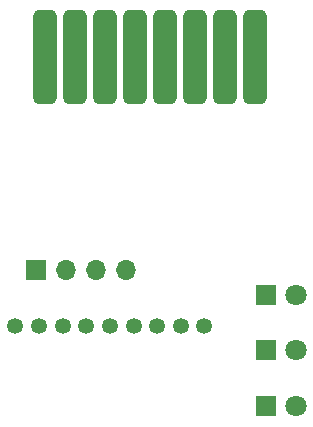
<source format=gbs>
G04 #@! TF.GenerationSoftware,KiCad,Pcbnew,(6.0.4)*
G04 #@! TF.CreationDate,2023-05-30T12:56:23+02:00*
G04 #@! TF.ProjectId,MicroPicoDriveCartridge,4d696372-6f50-4696-936f-447269766543,rev?*
G04 #@! TF.SameCoordinates,Original*
G04 #@! TF.FileFunction,Soldermask,Bot*
G04 #@! TF.FilePolarity,Negative*
%FSLAX46Y46*%
G04 Gerber Fmt 4.6, Leading zero omitted, Abs format (unit mm)*
G04 Created by KiCad (PCBNEW (6.0.4)) date 2023-05-30 12:56:23*
%MOMM*%
%LPD*%
G01*
G04 APERTURE LIST*
G04 Aperture macros list*
%AMRoundRect*
0 Rectangle with rounded corners*
0 $1 Rounding radius*
0 $2 $3 $4 $5 $6 $7 $8 $9 X,Y pos of 4 corners*
0 Add a 4 corners polygon primitive as box body*
4,1,4,$2,$3,$4,$5,$6,$7,$8,$9,$2,$3,0*
0 Add four circle primitives for the rounded corners*
1,1,$1+$1,$2,$3*
1,1,$1+$1,$4,$5*
1,1,$1+$1,$6,$7*
1,1,$1+$1,$8,$9*
0 Add four rect primitives between the rounded corners*
20,1,$1+$1,$2,$3,$4,$5,0*
20,1,$1+$1,$4,$5,$6,$7,0*
20,1,$1+$1,$6,$7,$8,$9,0*
20,1,$1+$1,$8,$9,$2,$3,0*%
G04 Aperture macros list end*
%ADD10R,1.800000X1.800000*%
%ADD11C,1.800000*%
%ADD12RoundRect,0.500000X-0.500000X-3.500000X0.500000X-3.500000X0.500000X3.500000X-0.500000X3.500000X0*%
%ADD13R,1.700000X1.700000*%
%ADD14O,1.700000X1.700000*%
%ADD15C,1.350000*%
G04 APERTURE END LIST*
D10*
X152525000Y-88100000D03*
D11*
X155065000Y-88100000D03*
D12*
X133835000Y-67975000D03*
X136375000Y-67975000D03*
X138915000Y-67975000D03*
X141455000Y-67975000D03*
X143995000Y-67975000D03*
X146535000Y-67975000D03*
X149075000Y-67975000D03*
X151615000Y-67975000D03*
D10*
X152525000Y-97550000D03*
D11*
X155065000Y-97550000D03*
D13*
X133065000Y-86000000D03*
D14*
X135605000Y-86000000D03*
X138145000Y-86000000D03*
X140685000Y-86000000D03*
D10*
X152525000Y-92825000D03*
D11*
X155065000Y-92825000D03*
D15*
X147350000Y-90800000D03*
X145350000Y-90800000D03*
X143350000Y-90800000D03*
X141350000Y-90800000D03*
X139350000Y-90800000D03*
X137350000Y-90800000D03*
X135350000Y-90800000D03*
X133350000Y-90800000D03*
X131350000Y-90800000D03*
M02*

</source>
